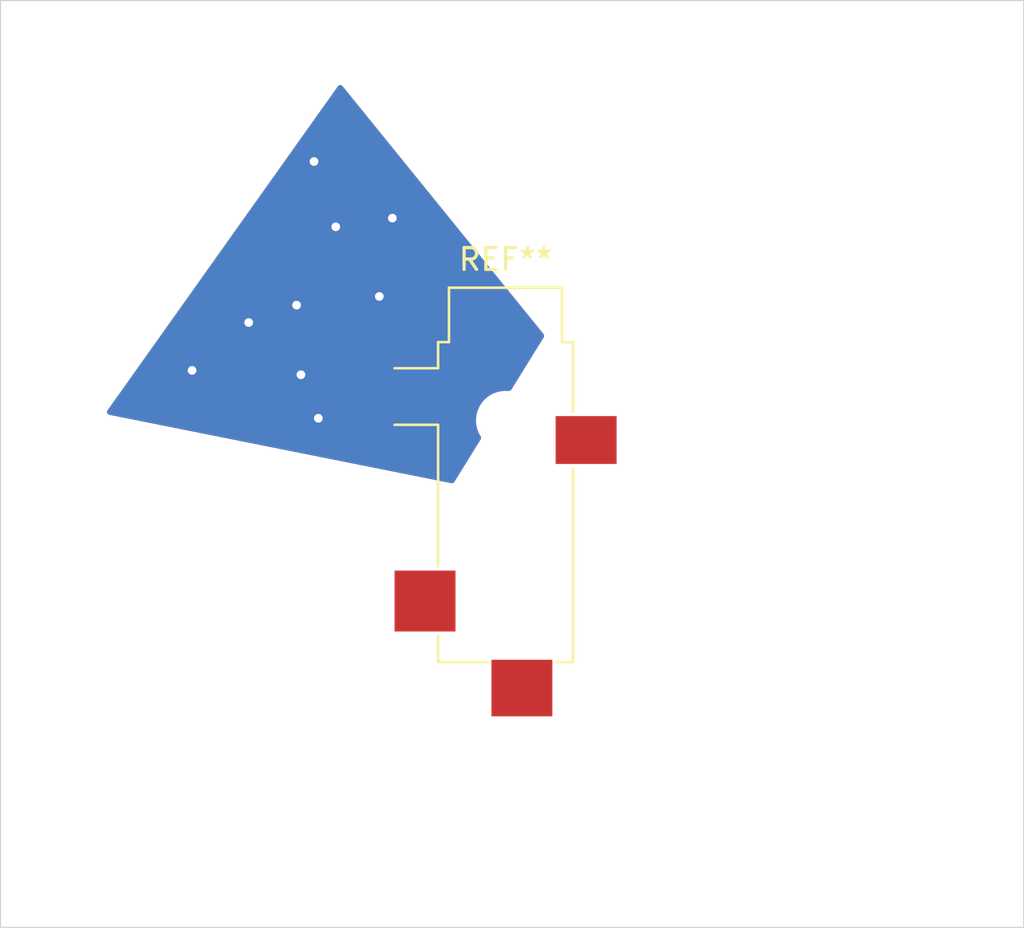
<source format=kicad_pcb>
(kicad_pcb (version 20210722) (generator pcbnew)
  (layers (0 "F.Cu" signal) (31 "B.Cu" signal) (34 "B.Paste" user) (35 "F.Paste" user) (36 "B.SilkS" user "B.Silkscreen") (37 "F.SilkS" user "F.Silkscreen") (38 "B.Mask" user) (39 "F.Mask" user) (44 "Edge.Cuts" user))
  (net 0 "")
  (net 1 "S")
  (footprint "Connector_Audio:Jack_3.5mm_CUI_SJ-3524-SMT_Horizontal" (layer "F.Cu") (at 138.6 97.8)
    (fp_text reference "REF**" (at 0 -9.9) (layer "F.SilkS"))
    (fp_text value "Jack_3.5mm_CUI_SJ-3524-SMT_Horizontal")
    (fp_line (start -3.1 -4.9) (end -5.1 -4.9) (layer "F.SilkS") (width 0.12))
    (fp_line (start 2.6 -6.1) (end 3.1 -6.1) (layer "F.SilkS") (width 0.12))
    (fp_line (start -3.1 -6.1) (end -2.6 -6.1) (layer "F.SilkS") (width 0.12))
    (fp_line (start 3.1 -6.1) (end 3.1 -2.9) (layer "F.SilkS") (width 0.12))
    (fp_line (start -2.6 -6.1) (end -2.6 -8.6) (layer "F.SilkS") (width 0.12))
    (fp_line (start -2.6 -8.6) (end 2.6 -8.6) (layer "F.SilkS") (width 0.12))
    (fp_line (start -3.1 -2.3) (end -5.1 -2.3) (layer "F.SilkS") (width 0.12))
    (fp_line (start -3.1 8.6) (end -3.1 7.4) (layer "F.SilkS") (width 0.12))
    (fp_line (start 3.1 8.6) (end 2.35 8.6) (layer "F.SilkS") (width 0.12))
    (fp_line (start 2.6 -8.6) (end 2.6 -6.1) (layer "F.SilkS") (width 0.12))
    (fp_line (start -3.1 -4.9) (end -3.1 -6.1) (layer "F.SilkS") (width 0.12))
    (fp_line (start -0.85 8.6) (end -3.1 8.6) (layer "F.SilkS") (width 0.12))
    (fp_line (start -3.1 4.2) (end -3.1 -2.3) (layer "F.SilkS") (width 0.12))
    (fp_line (start 3.1 -0.3) (end 3.1 8.6) (layer "F.SilkS") (width 0.12))
    (pad "" np_thru_hole circle locked (at 0 -2.5) (size 1.7 1.7) (drill 1.7) (layers *.Cu *.Mask))
    (pad "" np_thru_hole circle locked (at 0 4.5) (size 1.7 1.7) (drill 1.7) (layers *.Cu *.Mask))
    (pad "R" smd rect locked (at 3.7 -1.6) (size 2.8 2.2) (layers "F.Cu" "F.Paste" "F.Mask"))
    (pad "S" smd rect locked (at -3.7 -3.6) (size 2.8 2.2) (layers "F.Cu" "F.Paste" "F.Mask") (net 1 "S"))
    (pad "T" smd rect locked (at -3.7 5.8) (size 2.8 2.8) (layers "F.Cu" "F.Paste" "F.Mask"))
    (pad "TN" smd rect locked (at 0.75 9.8) (size 2.8 2.6) (layers "F.Cu" "F.Paste" "F.Mask"))
  )
  (gr_rect (start 115.4 76) (end 162.4 118.6) (layer "Edge.Cuts") (width 0.05) (fill none))
  (segment (start 130 95.2) (end 131 94.2) (width 0.25) (layer "F.Cu") (net 1))
  (segment (start 131 94.2) (end 134.9 94.2) (width 0.25) (layer "F.Cu") (net 1))
  (via (at 132.8 89.6) (size 0.8) (drill 0.4) (layers "F.Cu" "B.Cu") (net 1))
  (via (at 124.2 93) (size 0.8) (drill 0.4) (layers "F.Cu" "B.Cu") (net 1))
  (via (at 126.8 90.8) (size 0.8) (drill 0.4) (layers "F.Cu" "B.Cu") (net 1))
  (via (at 133.4 86) (size 0.8) (drill 0.4) (layers "F.Cu" "B.Cu") (net 1))
  (via (at 130 95.2) (size 0.8) (drill 0.4) (layers "F.Cu" "B.Cu") (net 1))
  (via (at 130.8 86.4) (size 0.8) (drill 0.4) (layers "F.Cu" "B.Cu") (net 1))
  (via (at 129.8 83.4) (size 0.8) (drill 0.4) (layers "F.Cu" "B.Cu") (net 1))
  (via (at 129.2 93.2) (size 0.8) (drill 0.4) (layers "F.Cu" "B.Cu") (net 1))
  (via (at 129 90) (size 0.8) (drill 0.4) (layers "F.Cu" "B.Cu") (net 1))
  (zone (net 1) (net_name "S") (layers F&B.Cu) (connect_pads (clearance 0.508)) (min_thickness 0.254) (fill yes (thermal_gap 0.508) (thermal_bridge_width 0.508))
    (polygon (pts (xy 140.4 91.4) (xy 136.2 98.2) (xy 120.2 95) (xy 131 79.8)))
  )
)
</source>
